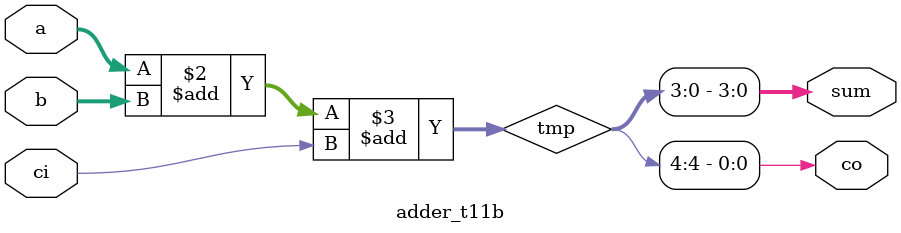
<source format=v>
module adder_t11a (co, sum, a, b, ci);
  output co;
  output [3:0] sum;
  input [3:0] a, b;
  input ci;
  reg co;
  reg [3:0] sum;
  reg [4:0] tmp;
  
  always @(a or b or ci) begin
    tmp = #12 a + b + ci;
    {co, sum} = tmp;
  end
endmodule


module adder_t11b (co, sum, a, b, ci);
  output co;
  output [3:0] sum;
  input [3:0] a, b;
  input ci;
  reg co;
  reg [3:0] sum;
  reg [4:0] tmp;
  
  always @(a or b or ci) begin
    tmp = a + b + ci;
    {co, sum} = #12 tmp;
  end
endmodule
</source>
